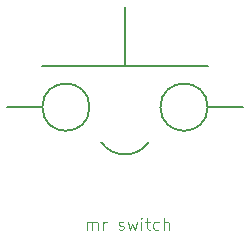
<source format=gbr>
%TF.GenerationSoftware,KiCad,Pcbnew,7.0.5*%
%TF.CreationDate,2023-08-18T22:00:11-06:00*%
%TF.ProjectId,switch_tester_macro_pad_plate,73776974-6368-45f7-9465-737465725f6d,rev?*%
%TF.SameCoordinates,Original*%
%TF.FileFunction,Legend,Top*%
%TF.FilePolarity,Positive*%
%FSLAX46Y46*%
G04 Gerber Fmt 4.6, Leading zero omitted, Abs format (unit mm)*
G04 Created by KiCad (PCBNEW 7.0.5) date 2023-08-18 22:00:11*
%MOMM*%
%LPD*%
G01*
G04 APERTURE LIST*
%ADD10C,0.125000*%
%ADD11C,0.150000*%
G04 APERTURE END LIST*
D10*
X59320331Y-35371119D02*
X59320331Y-34704452D01*
X59320331Y-34799690D02*
X59367950Y-34752071D01*
X59367950Y-34752071D02*
X59463188Y-34704452D01*
X59463188Y-34704452D02*
X59606045Y-34704452D01*
X59606045Y-34704452D02*
X59701283Y-34752071D01*
X59701283Y-34752071D02*
X59748902Y-34847309D01*
X59748902Y-34847309D02*
X59748902Y-35371119D01*
X59748902Y-34847309D02*
X59796521Y-34752071D01*
X59796521Y-34752071D02*
X59891759Y-34704452D01*
X59891759Y-34704452D02*
X60034616Y-34704452D01*
X60034616Y-34704452D02*
X60129855Y-34752071D01*
X60129855Y-34752071D02*
X60177474Y-34847309D01*
X60177474Y-34847309D02*
X60177474Y-35371119D01*
X60653664Y-35371119D02*
X60653664Y-34704452D01*
X60653664Y-34894928D02*
X60701283Y-34799690D01*
X60701283Y-34799690D02*
X60748902Y-34752071D01*
X60748902Y-34752071D02*
X60844140Y-34704452D01*
X60844140Y-34704452D02*
X60939378Y-34704452D01*
X61986998Y-35323500D02*
X62082236Y-35371119D01*
X62082236Y-35371119D02*
X62272712Y-35371119D01*
X62272712Y-35371119D02*
X62367950Y-35323500D01*
X62367950Y-35323500D02*
X62415569Y-35228261D01*
X62415569Y-35228261D02*
X62415569Y-35180642D01*
X62415569Y-35180642D02*
X62367950Y-35085404D01*
X62367950Y-35085404D02*
X62272712Y-35037785D01*
X62272712Y-35037785D02*
X62129855Y-35037785D01*
X62129855Y-35037785D02*
X62034617Y-34990166D01*
X62034617Y-34990166D02*
X61986998Y-34894928D01*
X61986998Y-34894928D02*
X61986998Y-34847309D01*
X61986998Y-34847309D02*
X62034617Y-34752071D01*
X62034617Y-34752071D02*
X62129855Y-34704452D01*
X62129855Y-34704452D02*
X62272712Y-34704452D01*
X62272712Y-34704452D02*
X62367950Y-34752071D01*
X62748903Y-34704452D02*
X62939379Y-35371119D01*
X62939379Y-35371119D02*
X63129855Y-34894928D01*
X63129855Y-34894928D02*
X63320331Y-35371119D01*
X63320331Y-35371119D02*
X63510807Y-34704452D01*
X63891760Y-35371119D02*
X63891760Y-34704452D01*
X63891760Y-34371119D02*
X63844141Y-34418738D01*
X63844141Y-34418738D02*
X63891760Y-34466357D01*
X63891760Y-34466357D02*
X63939379Y-34418738D01*
X63939379Y-34418738D02*
X63891760Y-34371119D01*
X63891760Y-34371119D02*
X63891760Y-34466357D01*
X64225093Y-34704452D02*
X64606045Y-34704452D01*
X64367950Y-34371119D02*
X64367950Y-35228261D01*
X64367950Y-35228261D02*
X64415569Y-35323500D01*
X64415569Y-35323500D02*
X64510807Y-35371119D01*
X64510807Y-35371119D02*
X64606045Y-35371119D01*
X65367950Y-35323500D02*
X65272712Y-35371119D01*
X65272712Y-35371119D02*
X65082236Y-35371119D01*
X65082236Y-35371119D02*
X64986998Y-35323500D01*
X64986998Y-35323500D02*
X64939379Y-35275880D01*
X64939379Y-35275880D02*
X64891760Y-35180642D01*
X64891760Y-35180642D02*
X64891760Y-34894928D01*
X64891760Y-34894928D02*
X64939379Y-34799690D01*
X64939379Y-34799690D02*
X64986998Y-34752071D01*
X64986998Y-34752071D02*
X65082236Y-34704452D01*
X65082236Y-34704452D02*
X65272712Y-34704452D01*
X65272712Y-34704452D02*
X65367950Y-34752071D01*
X65796522Y-35371119D02*
X65796522Y-34371119D01*
X66225093Y-35371119D02*
X66225093Y-34847309D01*
X66225093Y-34847309D02*
X66177474Y-34752071D01*
X66177474Y-34752071D02*
X66082236Y-34704452D01*
X66082236Y-34704452D02*
X65939379Y-34704452D01*
X65939379Y-34704452D02*
X65844141Y-34752071D01*
X65844141Y-34752071D02*
X65796522Y-34799690D01*
D11*
X60500000Y-28000000D02*
G75*
G03*
X64500000Y-28000000I2000000J1500000D01*
G01*
X62500000Y-21500000D02*
X62500000Y-16500000D01*
X55500000Y-21500000D02*
X69500000Y-21500000D01*
X69500000Y-25000000D02*
G75*
G03*
X69500000Y-25000000I-2000000J0D01*
G01*
X59500000Y-25000000D02*
G75*
G03*
X59500000Y-25000000I-2000000J0D01*
G01*
X69500000Y-25000000D02*
X72500000Y-25000000D01*
X52500000Y-25000000D02*
X55500000Y-25000000D01*
M02*

</source>
